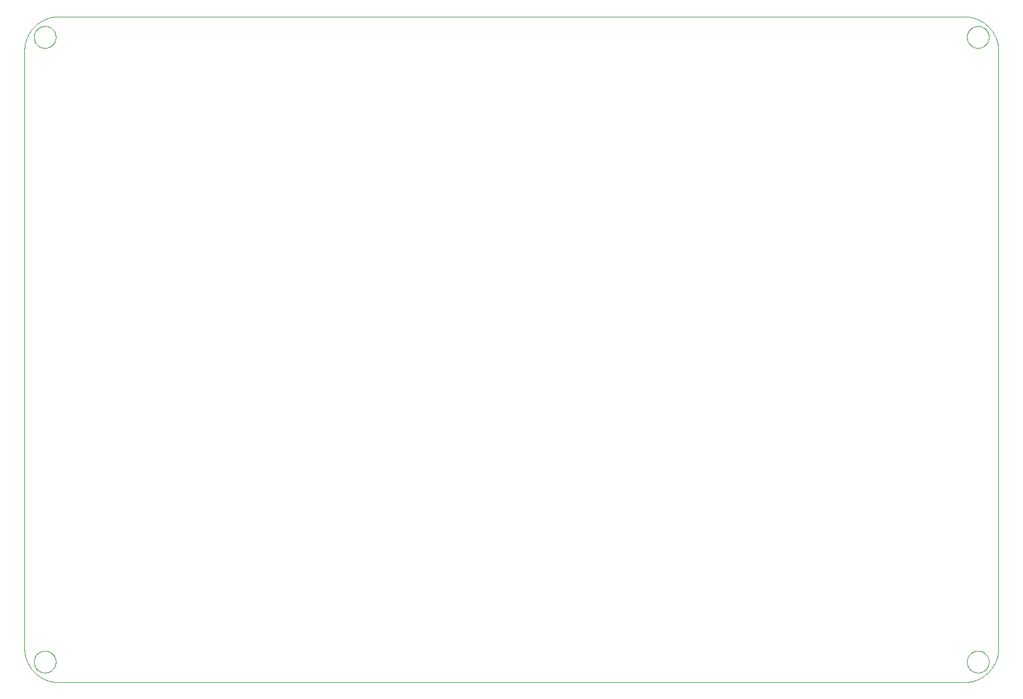
<source format=gm1>
G75*
%MOIN*%
%OFA0B0*%
%FSLAX25Y25*%
%IPPOS*%
%LPD*%
%AMOC8*
5,1,8,0,0,1.08239X$1,22.5*
%
%ADD10C,0.00010*%
%ADD11C,0.00000*%
%ADD12C,0.00079*%
D10*
X0071414Y0399335D02*
X0071414Y0399341D01*
D11*
X0076926Y0425209D02*
X0076928Y0425367D01*
X0076934Y0425525D01*
X0076944Y0425683D01*
X0076958Y0425841D01*
X0076976Y0425998D01*
X0076997Y0426155D01*
X0077023Y0426311D01*
X0077053Y0426467D01*
X0077086Y0426622D01*
X0077124Y0426775D01*
X0077165Y0426928D01*
X0077210Y0427080D01*
X0077259Y0427231D01*
X0077312Y0427380D01*
X0077368Y0427528D01*
X0077428Y0427674D01*
X0077492Y0427819D01*
X0077560Y0427962D01*
X0077631Y0428104D01*
X0077705Y0428244D01*
X0077783Y0428381D01*
X0077865Y0428517D01*
X0077949Y0428651D01*
X0078038Y0428782D01*
X0078129Y0428911D01*
X0078224Y0429038D01*
X0078321Y0429163D01*
X0078422Y0429285D01*
X0078526Y0429404D01*
X0078633Y0429521D01*
X0078743Y0429635D01*
X0078856Y0429746D01*
X0078971Y0429855D01*
X0079089Y0429960D01*
X0079210Y0430062D01*
X0079333Y0430162D01*
X0079459Y0430258D01*
X0079587Y0430351D01*
X0079717Y0430441D01*
X0079850Y0430527D01*
X0079985Y0430611D01*
X0080121Y0430690D01*
X0080260Y0430767D01*
X0080401Y0430839D01*
X0080543Y0430909D01*
X0080687Y0430974D01*
X0080833Y0431036D01*
X0080980Y0431094D01*
X0081129Y0431149D01*
X0081279Y0431200D01*
X0081430Y0431247D01*
X0081582Y0431290D01*
X0081735Y0431329D01*
X0081890Y0431365D01*
X0082045Y0431396D01*
X0082201Y0431424D01*
X0082357Y0431448D01*
X0082514Y0431468D01*
X0082672Y0431484D01*
X0082829Y0431496D01*
X0082988Y0431504D01*
X0083146Y0431508D01*
X0083304Y0431508D01*
X0083462Y0431504D01*
X0083621Y0431496D01*
X0083778Y0431484D01*
X0083936Y0431468D01*
X0084093Y0431448D01*
X0084249Y0431424D01*
X0084405Y0431396D01*
X0084560Y0431365D01*
X0084715Y0431329D01*
X0084868Y0431290D01*
X0085020Y0431247D01*
X0085171Y0431200D01*
X0085321Y0431149D01*
X0085470Y0431094D01*
X0085617Y0431036D01*
X0085763Y0430974D01*
X0085907Y0430909D01*
X0086049Y0430839D01*
X0086190Y0430767D01*
X0086329Y0430690D01*
X0086465Y0430611D01*
X0086600Y0430527D01*
X0086733Y0430441D01*
X0086863Y0430351D01*
X0086991Y0430258D01*
X0087117Y0430162D01*
X0087240Y0430062D01*
X0087361Y0429960D01*
X0087479Y0429855D01*
X0087594Y0429746D01*
X0087707Y0429635D01*
X0087817Y0429521D01*
X0087924Y0429404D01*
X0088028Y0429285D01*
X0088129Y0429163D01*
X0088226Y0429038D01*
X0088321Y0428911D01*
X0088412Y0428782D01*
X0088501Y0428651D01*
X0088585Y0428517D01*
X0088667Y0428381D01*
X0088745Y0428244D01*
X0088819Y0428104D01*
X0088890Y0427962D01*
X0088958Y0427819D01*
X0089022Y0427674D01*
X0089082Y0427528D01*
X0089138Y0427380D01*
X0089191Y0427231D01*
X0089240Y0427080D01*
X0089285Y0426928D01*
X0089326Y0426775D01*
X0089364Y0426622D01*
X0089397Y0426467D01*
X0089427Y0426311D01*
X0089453Y0426155D01*
X0089474Y0425998D01*
X0089492Y0425841D01*
X0089506Y0425683D01*
X0089516Y0425525D01*
X0089522Y0425367D01*
X0089524Y0425209D01*
X0089522Y0425051D01*
X0089516Y0424893D01*
X0089506Y0424735D01*
X0089492Y0424577D01*
X0089474Y0424420D01*
X0089453Y0424263D01*
X0089427Y0424107D01*
X0089397Y0423951D01*
X0089364Y0423796D01*
X0089326Y0423643D01*
X0089285Y0423490D01*
X0089240Y0423338D01*
X0089191Y0423187D01*
X0089138Y0423038D01*
X0089082Y0422890D01*
X0089022Y0422744D01*
X0088958Y0422599D01*
X0088890Y0422456D01*
X0088819Y0422314D01*
X0088745Y0422174D01*
X0088667Y0422037D01*
X0088585Y0421901D01*
X0088501Y0421767D01*
X0088412Y0421636D01*
X0088321Y0421507D01*
X0088226Y0421380D01*
X0088129Y0421255D01*
X0088028Y0421133D01*
X0087924Y0421014D01*
X0087817Y0420897D01*
X0087707Y0420783D01*
X0087594Y0420672D01*
X0087479Y0420563D01*
X0087361Y0420458D01*
X0087240Y0420356D01*
X0087117Y0420256D01*
X0086991Y0420160D01*
X0086863Y0420067D01*
X0086733Y0419977D01*
X0086600Y0419891D01*
X0086465Y0419807D01*
X0086329Y0419728D01*
X0086190Y0419651D01*
X0086049Y0419579D01*
X0085907Y0419509D01*
X0085763Y0419444D01*
X0085617Y0419382D01*
X0085470Y0419324D01*
X0085321Y0419269D01*
X0085171Y0419218D01*
X0085020Y0419171D01*
X0084868Y0419128D01*
X0084715Y0419089D01*
X0084560Y0419053D01*
X0084405Y0419022D01*
X0084249Y0418994D01*
X0084093Y0418970D01*
X0083936Y0418950D01*
X0083778Y0418934D01*
X0083621Y0418922D01*
X0083462Y0418914D01*
X0083304Y0418910D01*
X0083146Y0418910D01*
X0082988Y0418914D01*
X0082829Y0418922D01*
X0082672Y0418934D01*
X0082514Y0418950D01*
X0082357Y0418970D01*
X0082201Y0418994D01*
X0082045Y0419022D01*
X0081890Y0419053D01*
X0081735Y0419089D01*
X0081582Y0419128D01*
X0081430Y0419171D01*
X0081279Y0419218D01*
X0081129Y0419269D01*
X0080980Y0419324D01*
X0080833Y0419382D01*
X0080687Y0419444D01*
X0080543Y0419509D01*
X0080401Y0419579D01*
X0080260Y0419651D01*
X0080121Y0419728D01*
X0079985Y0419807D01*
X0079850Y0419891D01*
X0079717Y0419977D01*
X0079587Y0420067D01*
X0079459Y0420160D01*
X0079333Y0420256D01*
X0079210Y0420356D01*
X0079089Y0420458D01*
X0078971Y0420563D01*
X0078856Y0420672D01*
X0078743Y0420783D01*
X0078633Y0420897D01*
X0078526Y0421014D01*
X0078422Y0421133D01*
X0078321Y0421255D01*
X0078224Y0421380D01*
X0078129Y0421507D01*
X0078038Y0421636D01*
X0077949Y0421767D01*
X0077865Y0421901D01*
X0077783Y0422037D01*
X0077705Y0422174D01*
X0077631Y0422314D01*
X0077560Y0422456D01*
X0077492Y0422599D01*
X0077428Y0422744D01*
X0077368Y0422890D01*
X0077312Y0423038D01*
X0077259Y0423187D01*
X0077210Y0423338D01*
X0077165Y0423490D01*
X0077124Y0423643D01*
X0077086Y0423796D01*
X0077053Y0423951D01*
X0077023Y0424107D01*
X0076997Y0424263D01*
X0076976Y0424420D01*
X0076958Y0424577D01*
X0076944Y0424735D01*
X0076934Y0424893D01*
X0076928Y0425051D01*
X0076926Y0425209D01*
X0615351Y0425209D02*
X0615353Y0425367D01*
X0615359Y0425525D01*
X0615369Y0425683D01*
X0615383Y0425841D01*
X0615401Y0425998D01*
X0615422Y0426155D01*
X0615448Y0426311D01*
X0615478Y0426467D01*
X0615511Y0426622D01*
X0615549Y0426775D01*
X0615590Y0426928D01*
X0615635Y0427080D01*
X0615684Y0427231D01*
X0615737Y0427380D01*
X0615793Y0427528D01*
X0615853Y0427674D01*
X0615917Y0427819D01*
X0615985Y0427962D01*
X0616056Y0428104D01*
X0616130Y0428244D01*
X0616208Y0428381D01*
X0616290Y0428517D01*
X0616374Y0428651D01*
X0616463Y0428782D01*
X0616554Y0428911D01*
X0616649Y0429038D01*
X0616746Y0429163D01*
X0616847Y0429285D01*
X0616951Y0429404D01*
X0617058Y0429521D01*
X0617168Y0429635D01*
X0617281Y0429746D01*
X0617396Y0429855D01*
X0617514Y0429960D01*
X0617635Y0430062D01*
X0617758Y0430162D01*
X0617884Y0430258D01*
X0618012Y0430351D01*
X0618142Y0430441D01*
X0618275Y0430527D01*
X0618410Y0430611D01*
X0618546Y0430690D01*
X0618685Y0430767D01*
X0618826Y0430839D01*
X0618968Y0430909D01*
X0619112Y0430974D01*
X0619258Y0431036D01*
X0619405Y0431094D01*
X0619554Y0431149D01*
X0619704Y0431200D01*
X0619855Y0431247D01*
X0620007Y0431290D01*
X0620160Y0431329D01*
X0620315Y0431365D01*
X0620470Y0431396D01*
X0620626Y0431424D01*
X0620782Y0431448D01*
X0620939Y0431468D01*
X0621097Y0431484D01*
X0621254Y0431496D01*
X0621413Y0431504D01*
X0621571Y0431508D01*
X0621729Y0431508D01*
X0621887Y0431504D01*
X0622046Y0431496D01*
X0622203Y0431484D01*
X0622361Y0431468D01*
X0622518Y0431448D01*
X0622674Y0431424D01*
X0622830Y0431396D01*
X0622985Y0431365D01*
X0623140Y0431329D01*
X0623293Y0431290D01*
X0623445Y0431247D01*
X0623596Y0431200D01*
X0623746Y0431149D01*
X0623895Y0431094D01*
X0624042Y0431036D01*
X0624188Y0430974D01*
X0624332Y0430909D01*
X0624474Y0430839D01*
X0624615Y0430767D01*
X0624754Y0430690D01*
X0624890Y0430611D01*
X0625025Y0430527D01*
X0625158Y0430441D01*
X0625288Y0430351D01*
X0625416Y0430258D01*
X0625542Y0430162D01*
X0625665Y0430062D01*
X0625786Y0429960D01*
X0625904Y0429855D01*
X0626019Y0429746D01*
X0626132Y0429635D01*
X0626242Y0429521D01*
X0626349Y0429404D01*
X0626453Y0429285D01*
X0626554Y0429163D01*
X0626651Y0429038D01*
X0626746Y0428911D01*
X0626837Y0428782D01*
X0626926Y0428651D01*
X0627010Y0428517D01*
X0627092Y0428381D01*
X0627170Y0428244D01*
X0627244Y0428104D01*
X0627315Y0427962D01*
X0627383Y0427819D01*
X0627447Y0427674D01*
X0627507Y0427528D01*
X0627563Y0427380D01*
X0627616Y0427231D01*
X0627665Y0427080D01*
X0627710Y0426928D01*
X0627751Y0426775D01*
X0627789Y0426622D01*
X0627822Y0426467D01*
X0627852Y0426311D01*
X0627878Y0426155D01*
X0627899Y0425998D01*
X0627917Y0425841D01*
X0627931Y0425683D01*
X0627941Y0425525D01*
X0627947Y0425367D01*
X0627949Y0425209D01*
X0627947Y0425051D01*
X0627941Y0424893D01*
X0627931Y0424735D01*
X0627917Y0424577D01*
X0627899Y0424420D01*
X0627878Y0424263D01*
X0627852Y0424107D01*
X0627822Y0423951D01*
X0627789Y0423796D01*
X0627751Y0423643D01*
X0627710Y0423490D01*
X0627665Y0423338D01*
X0627616Y0423187D01*
X0627563Y0423038D01*
X0627507Y0422890D01*
X0627447Y0422744D01*
X0627383Y0422599D01*
X0627315Y0422456D01*
X0627244Y0422314D01*
X0627170Y0422174D01*
X0627092Y0422037D01*
X0627010Y0421901D01*
X0626926Y0421767D01*
X0626837Y0421636D01*
X0626746Y0421507D01*
X0626651Y0421380D01*
X0626554Y0421255D01*
X0626453Y0421133D01*
X0626349Y0421014D01*
X0626242Y0420897D01*
X0626132Y0420783D01*
X0626019Y0420672D01*
X0625904Y0420563D01*
X0625786Y0420458D01*
X0625665Y0420356D01*
X0625542Y0420256D01*
X0625416Y0420160D01*
X0625288Y0420067D01*
X0625158Y0419977D01*
X0625025Y0419891D01*
X0624890Y0419807D01*
X0624754Y0419728D01*
X0624615Y0419651D01*
X0624474Y0419579D01*
X0624332Y0419509D01*
X0624188Y0419444D01*
X0624042Y0419382D01*
X0623895Y0419324D01*
X0623746Y0419269D01*
X0623596Y0419218D01*
X0623445Y0419171D01*
X0623293Y0419128D01*
X0623140Y0419089D01*
X0622985Y0419053D01*
X0622830Y0419022D01*
X0622674Y0418994D01*
X0622518Y0418970D01*
X0622361Y0418950D01*
X0622203Y0418934D01*
X0622046Y0418922D01*
X0621887Y0418914D01*
X0621729Y0418910D01*
X0621571Y0418910D01*
X0621413Y0418914D01*
X0621254Y0418922D01*
X0621097Y0418934D01*
X0620939Y0418950D01*
X0620782Y0418970D01*
X0620626Y0418994D01*
X0620470Y0419022D01*
X0620315Y0419053D01*
X0620160Y0419089D01*
X0620007Y0419128D01*
X0619855Y0419171D01*
X0619704Y0419218D01*
X0619554Y0419269D01*
X0619405Y0419324D01*
X0619258Y0419382D01*
X0619112Y0419444D01*
X0618968Y0419509D01*
X0618826Y0419579D01*
X0618685Y0419651D01*
X0618546Y0419728D01*
X0618410Y0419807D01*
X0618275Y0419891D01*
X0618142Y0419977D01*
X0618012Y0420067D01*
X0617884Y0420160D01*
X0617758Y0420256D01*
X0617635Y0420356D01*
X0617514Y0420458D01*
X0617396Y0420563D01*
X0617281Y0420672D01*
X0617168Y0420783D01*
X0617058Y0420897D01*
X0616951Y0421014D01*
X0616847Y0421133D01*
X0616746Y0421255D01*
X0616649Y0421380D01*
X0616554Y0421507D01*
X0616463Y0421636D01*
X0616374Y0421767D01*
X0616290Y0421901D01*
X0616208Y0422037D01*
X0616130Y0422174D01*
X0616056Y0422314D01*
X0615985Y0422456D01*
X0615917Y0422599D01*
X0615853Y0422744D01*
X0615793Y0422890D01*
X0615737Y0423038D01*
X0615684Y0423187D01*
X0615635Y0423338D01*
X0615590Y0423490D01*
X0615549Y0423643D01*
X0615511Y0423796D01*
X0615478Y0423951D01*
X0615448Y0424107D01*
X0615422Y0424263D01*
X0615401Y0424420D01*
X0615383Y0424577D01*
X0615369Y0424735D01*
X0615359Y0424893D01*
X0615353Y0425051D01*
X0615351Y0425209D01*
X0615351Y0065052D02*
X0615353Y0065210D01*
X0615359Y0065368D01*
X0615369Y0065526D01*
X0615383Y0065684D01*
X0615401Y0065841D01*
X0615422Y0065998D01*
X0615448Y0066154D01*
X0615478Y0066310D01*
X0615511Y0066465D01*
X0615549Y0066618D01*
X0615590Y0066771D01*
X0615635Y0066923D01*
X0615684Y0067074D01*
X0615737Y0067223D01*
X0615793Y0067371D01*
X0615853Y0067517D01*
X0615917Y0067662D01*
X0615985Y0067805D01*
X0616056Y0067947D01*
X0616130Y0068087D01*
X0616208Y0068224D01*
X0616290Y0068360D01*
X0616374Y0068494D01*
X0616463Y0068625D01*
X0616554Y0068754D01*
X0616649Y0068881D01*
X0616746Y0069006D01*
X0616847Y0069128D01*
X0616951Y0069247D01*
X0617058Y0069364D01*
X0617168Y0069478D01*
X0617281Y0069589D01*
X0617396Y0069698D01*
X0617514Y0069803D01*
X0617635Y0069905D01*
X0617758Y0070005D01*
X0617884Y0070101D01*
X0618012Y0070194D01*
X0618142Y0070284D01*
X0618275Y0070370D01*
X0618410Y0070454D01*
X0618546Y0070533D01*
X0618685Y0070610D01*
X0618826Y0070682D01*
X0618968Y0070752D01*
X0619112Y0070817D01*
X0619258Y0070879D01*
X0619405Y0070937D01*
X0619554Y0070992D01*
X0619704Y0071043D01*
X0619855Y0071090D01*
X0620007Y0071133D01*
X0620160Y0071172D01*
X0620315Y0071208D01*
X0620470Y0071239D01*
X0620626Y0071267D01*
X0620782Y0071291D01*
X0620939Y0071311D01*
X0621097Y0071327D01*
X0621254Y0071339D01*
X0621413Y0071347D01*
X0621571Y0071351D01*
X0621729Y0071351D01*
X0621887Y0071347D01*
X0622046Y0071339D01*
X0622203Y0071327D01*
X0622361Y0071311D01*
X0622518Y0071291D01*
X0622674Y0071267D01*
X0622830Y0071239D01*
X0622985Y0071208D01*
X0623140Y0071172D01*
X0623293Y0071133D01*
X0623445Y0071090D01*
X0623596Y0071043D01*
X0623746Y0070992D01*
X0623895Y0070937D01*
X0624042Y0070879D01*
X0624188Y0070817D01*
X0624332Y0070752D01*
X0624474Y0070682D01*
X0624615Y0070610D01*
X0624754Y0070533D01*
X0624890Y0070454D01*
X0625025Y0070370D01*
X0625158Y0070284D01*
X0625288Y0070194D01*
X0625416Y0070101D01*
X0625542Y0070005D01*
X0625665Y0069905D01*
X0625786Y0069803D01*
X0625904Y0069698D01*
X0626019Y0069589D01*
X0626132Y0069478D01*
X0626242Y0069364D01*
X0626349Y0069247D01*
X0626453Y0069128D01*
X0626554Y0069006D01*
X0626651Y0068881D01*
X0626746Y0068754D01*
X0626837Y0068625D01*
X0626926Y0068494D01*
X0627010Y0068360D01*
X0627092Y0068224D01*
X0627170Y0068087D01*
X0627244Y0067947D01*
X0627315Y0067805D01*
X0627383Y0067662D01*
X0627447Y0067517D01*
X0627507Y0067371D01*
X0627563Y0067223D01*
X0627616Y0067074D01*
X0627665Y0066923D01*
X0627710Y0066771D01*
X0627751Y0066618D01*
X0627789Y0066465D01*
X0627822Y0066310D01*
X0627852Y0066154D01*
X0627878Y0065998D01*
X0627899Y0065841D01*
X0627917Y0065684D01*
X0627931Y0065526D01*
X0627941Y0065368D01*
X0627947Y0065210D01*
X0627949Y0065052D01*
X0627947Y0064894D01*
X0627941Y0064736D01*
X0627931Y0064578D01*
X0627917Y0064420D01*
X0627899Y0064263D01*
X0627878Y0064106D01*
X0627852Y0063950D01*
X0627822Y0063794D01*
X0627789Y0063639D01*
X0627751Y0063486D01*
X0627710Y0063333D01*
X0627665Y0063181D01*
X0627616Y0063030D01*
X0627563Y0062881D01*
X0627507Y0062733D01*
X0627447Y0062587D01*
X0627383Y0062442D01*
X0627315Y0062299D01*
X0627244Y0062157D01*
X0627170Y0062017D01*
X0627092Y0061880D01*
X0627010Y0061744D01*
X0626926Y0061610D01*
X0626837Y0061479D01*
X0626746Y0061350D01*
X0626651Y0061223D01*
X0626554Y0061098D01*
X0626453Y0060976D01*
X0626349Y0060857D01*
X0626242Y0060740D01*
X0626132Y0060626D01*
X0626019Y0060515D01*
X0625904Y0060406D01*
X0625786Y0060301D01*
X0625665Y0060199D01*
X0625542Y0060099D01*
X0625416Y0060003D01*
X0625288Y0059910D01*
X0625158Y0059820D01*
X0625025Y0059734D01*
X0624890Y0059650D01*
X0624754Y0059571D01*
X0624615Y0059494D01*
X0624474Y0059422D01*
X0624332Y0059352D01*
X0624188Y0059287D01*
X0624042Y0059225D01*
X0623895Y0059167D01*
X0623746Y0059112D01*
X0623596Y0059061D01*
X0623445Y0059014D01*
X0623293Y0058971D01*
X0623140Y0058932D01*
X0622985Y0058896D01*
X0622830Y0058865D01*
X0622674Y0058837D01*
X0622518Y0058813D01*
X0622361Y0058793D01*
X0622203Y0058777D01*
X0622046Y0058765D01*
X0621887Y0058757D01*
X0621729Y0058753D01*
X0621571Y0058753D01*
X0621413Y0058757D01*
X0621254Y0058765D01*
X0621097Y0058777D01*
X0620939Y0058793D01*
X0620782Y0058813D01*
X0620626Y0058837D01*
X0620470Y0058865D01*
X0620315Y0058896D01*
X0620160Y0058932D01*
X0620007Y0058971D01*
X0619855Y0059014D01*
X0619704Y0059061D01*
X0619554Y0059112D01*
X0619405Y0059167D01*
X0619258Y0059225D01*
X0619112Y0059287D01*
X0618968Y0059352D01*
X0618826Y0059422D01*
X0618685Y0059494D01*
X0618546Y0059571D01*
X0618410Y0059650D01*
X0618275Y0059734D01*
X0618142Y0059820D01*
X0618012Y0059910D01*
X0617884Y0060003D01*
X0617758Y0060099D01*
X0617635Y0060199D01*
X0617514Y0060301D01*
X0617396Y0060406D01*
X0617281Y0060515D01*
X0617168Y0060626D01*
X0617058Y0060740D01*
X0616951Y0060857D01*
X0616847Y0060976D01*
X0616746Y0061098D01*
X0616649Y0061223D01*
X0616554Y0061350D01*
X0616463Y0061479D01*
X0616374Y0061610D01*
X0616290Y0061744D01*
X0616208Y0061880D01*
X0616130Y0062017D01*
X0616056Y0062157D01*
X0615985Y0062299D01*
X0615917Y0062442D01*
X0615853Y0062587D01*
X0615793Y0062733D01*
X0615737Y0062881D01*
X0615684Y0063030D01*
X0615635Y0063181D01*
X0615590Y0063333D01*
X0615549Y0063486D01*
X0615511Y0063639D01*
X0615478Y0063794D01*
X0615448Y0063950D01*
X0615422Y0064106D01*
X0615401Y0064263D01*
X0615383Y0064420D01*
X0615369Y0064578D01*
X0615359Y0064736D01*
X0615353Y0064894D01*
X0615351Y0065052D01*
X0076926Y0065052D02*
X0076928Y0065210D01*
X0076934Y0065368D01*
X0076944Y0065526D01*
X0076958Y0065684D01*
X0076976Y0065841D01*
X0076997Y0065998D01*
X0077023Y0066154D01*
X0077053Y0066310D01*
X0077086Y0066465D01*
X0077124Y0066618D01*
X0077165Y0066771D01*
X0077210Y0066923D01*
X0077259Y0067074D01*
X0077312Y0067223D01*
X0077368Y0067371D01*
X0077428Y0067517D01*
X0077492Y0067662D01*
X0077560Y0067805D01*
X0077631Y0067947D01*
X0077705Y0068087D01*
X0077783Y0068224D01*
X0077865Y0068360D01*
X0077949Y0068494D01*
X0078038Y0068625D01*
X0078129Y0068754D01*
X0078224Y0068881D01*
X0078321Y0069006D01*
X0078422Y0069128D01*
X0078526Y0069247D01*
X0078633Y0069364D01*
X0078743Y0069478D01*
X0078856Y0069589D01*
X0078971Y0069698D01*
X0079089Y0069803D01*
X0079210Y0069905D01*
X0079333Y0070005D01*
X0079459Y0070101D01*
X0079587Y0070194D01*
X0079717Y0070284D01*
X0079850Y0070370D01*
X0079985Y0070454D01*
X0080121Y0070533D01*
X0080260Y0070610D01*
X0080401Y0070682D01*
X0080543Y0070752D01*
X0080687Y0070817D01*
X0080833Y0070879D01*
X0080980Y0070937D01*
X0081129Y0070992D01*
X0081279Y0071043D01*
X0081430Y0071090D01*
X0081582Y0071133D01*
X0081735Y0071172D01*
X0081890Y0071208D01*
X0082045Y0071239D01*
X0082201Y0071267D01*
X0082357Y0071291D01*
X0082514Y0071311D01*
X0082672Y0071327D01*
X0082829Y0071339D01*
X0082988Y0071347D01*
X0083146Y0071351D01*
X0083304Y0071351D01*
X0083462Y0071347D01*
X0083621Y0071339D01*
X0083778Y0071327D01*
X0083936Y0071311D01*
X0084093Y0071291D01*
X0084249Y0071267D01*
X0084405Y0071239D01*
X0084560Y0071208D01*
X0084715Y0071172D01*
X0084868Y0071133D01*
X0085020Y0071090D01*
X0085171Y0071043D01*
X0085321Y0070992D01*
X0085470Y0070937D01*
X0085617Y0070879D01*
X0085763Y0070817D01*
X0085907Y0070752D01*
X0086049Y0070682D01*
X0086190Y0070610D01*
X0086329Y0070533D01*
X0086465Y0070454D01*
X0086600Y0070370D01*
X0086733Y0070284D01*
X0086863Y0070194D01*
X0086991Y0070101D01*
X0087117Y0070005D01*
X0087240Y0069905D01*
X0087361Y0069803D01*
X0087479Y0069698D01*
X0087594Y0069589D01*
X0087707Y0069478D01*
X0087817Y0069364D01*
X0087924Y0069247D01*
X0088028Y0069128D01*
X0088129Y0069006D01*
X0088226Y0068881D01*
X0088321Y0068754D01*
X0088412Y0068625D01*
X0088501Y0068494D01*
X0088585Y0068360D01*
X0088667Y0068224D01*
X0088745Y0068087D01*
X0088819Y0067947D01*
X0088890Y0067805D01*
X0088958Y0067662D01*
X0089022Y0067517D01*
X0089082Y0067371D01*
X0089138Y0067223D01*
X0089191Y0067074D01*
X0089240Y0066923D01*
X0089285Y0066771D01*
X0089326Y0066618D01*
X0089364Y0066465D01*
X0089397Y0066310D01*
X0089427Y0066154D01*
X0089453Y0065998D01*
X0089474Y0065841D01*
X0089492Y0065684D01*
X0089506Y0065526D01*
X0089516Y0065368D01*
X0089522Y0065210D01*
X0089524Y0065052D01*
X0089522Y0064894D01*
X0089516Y0064736D01*
X0089506Y0064578D01*
X0089492Y0064420D01*
X0089474Y0064263D01*
X0089453Y0064106D01*
X0089427Y0063950D01*
X0089397Y0063794D01*
X0089364Y0063639D01*
X0089326Y0063486D01*
X0089285Y0063333D01*
X0089240Y0063181D01*
X0089191Y0063030D01*
X0089138Y0062881D01*
X0089082Y0062733D01*
X0089022Y0062587D01*
X0088958Y0062442D01*
X0088890Y0062299D01*
X0088819Y0062157D01*
X0088745Y0062017D01*
X0088667Y0061880D01*
X0088585Y0061744D01*
X0088501Y0061610D01*
X0088412Y0061479D01*
X0088321Y0061350D01*
X0088226Y0061223D01*
X0088129Y0061098D01*
X0088028Y0060976D01*
X0087924Y0060857D01*
X0087817Y0060740D01*
X0087707Y0060626D01*
X0087594Y0060515D01*
X0087479Y0060406D01*
X0087361Y0060301D01*
X0087240Y0060199D01*
X0087117Y0060099D01*
X0086991Y0060003D01*
X0086863Y0059910D01*
X0086733Y0059820D01*
X0086600Y0059734D01*
X0086465Y0059650D01*
X0086329Y0059571D01*
X0086190Y0059494D01*
X0086049Y0059422D01*
X0085907Y0059352D01*
X0085763Y0059287D01*
X0085617Y0059225D01*
X0085470Y0059167D01*
X0085321Y0059112D01*
X0085171Y0059061D01*
X0085020Y0059014D01*
X0084868Y0058971D01*
X0084715Y0058932D01*
X0084560Y0058896D01*
X0084405Y0058865D01*
X0084249Y0058837D01*
X0084093Y0058813D01*
X0083936Y0058793D01*
X0083778Y0058777D01*
X0083621Y0058765D01*
X0083462Y0058757D01*
X0083304Y0058753D01*
X0083146Y0058753D01*
X0082988Y0058757D01*
X0082829Y0058765D01*
X0082672Y0058777D01*
X0082514Y0058793D01*
X0082357Y0058813D01*
X0082201Y0058837D01*
X0082045Y0058865D01*
X0081890Y0058896D01*
X0081735Y0058932D01*
X0081582Y0058971D01*
X0081430Y0059014D01*
X0081279Y0059061D01*
X0081129Y0059112D01*
X0080980Y0059167D01*
X0080833Y0059225D01*
X0080687Y0059287D01*
X0080543Y0059352D01*
X0080401Y0059422D01*
X0080260Y0059494D01*
X0080121Y0059571D01*
X0079985Y0059650D01*
X0079850Y0059734D01*
X0079717Y0059820D01*
X0079587Y0059910D01*
X0079459Y0060003D01*
X0079333Y0060099D01*
X0079210Y0060199D01*
X0079089Y0060301D01*
X0078971Y0060406D01*
X0078856Y0060515D01*
X0078743Y0060626D01*
X0078633Y0060740D01*
X0078526Y0060857D01*
X0078422Y0060976D01*
X0078321Y0061098D01*
X0078224Y0061223D01*
X0078129Y0061350D01*
X0078038Y0061479D01*
X0077949Y0061610D01*
X0077865Y0061744D01*
X0077783Y0061880D01*
X0077705Y0062017D01*
X0077631Y0062157D01*
X0077560Y0062299D01*
X0077492Y0062442D01*
X0077428Y0062587D01*
X0077368Y0062733D01*
X0077312Y0062881D01*
X0077259Y0063030D01*
X0077210Y0063181D01*
X0077165Y0063333D01*
X0077124Y0063486D01*
X0077086Y0063639D01*
X0077053Y0063794D01*
X0077023Y0063950D01*
X0076997Y0064106D01*
X0076976Y0064263D01*
X0076958Y0064420D01*
X0076944Y0064578D01*
X0076934Y0064736D01*
X0076928Y0064894D01*
X0076926Y0065052D01*
D12*
X0091099Y0053241D02*
X0613776Y0053241D01*
X0614252Y0053247D01*
X0614727Y0053264D01*
X0615202Y0053293D01*
X0615676Y0053333D01*
X0616149Y0053385D01*
X0616620Y0053448D01*
X0617090Y0053522D01*
X0617558Y0053608D01*
X0618024Y0053705D01*
X0618487Y0053813D01*
X0618947Y0053932D01*
X0619405Y0054063D01*
X0619859Y0054204D01*
X0620310Y0054357D01*
X0620756Y0054520D01*
X0621199Y0054694D01*
X0621637Y0054879D01*
X0622071Y0055074D01*
X0622500Y0055280D01*
X0622924Y0055496D01*
X0623343Y0055722D01*
X0623756Y0055958D01*
X0624163Y0056204D01*
X0624564Y0056460D01*
X0624958Y0056726D01*
X0625347Y0057001D01*
X0625728Y0057285D01*
X0626102Y0057578D01*
X0626470Y0057880D01*
X0626830Y0058192D01*
X0627182Y0058511D01*
X0627526Y0058839D01*
X0627863Y0059176D01*
X0628191Y0059520D01*
X0628510Y0059872D01*
X0628822Y0060232D01*
X0629124Y0060600D01*
X0629417Y0060974D01*
X0629701Y0061355D01*
X0629976Y0061744D01*
X0630242Y0062138D01*
X0630498Y0062539D01*
X0630744Y0062946D01*
X0630980Y0063359D01*
X0631206Y0063778D01*
X0631422Y0064202D01*
X0631628Y0064631D01*
X0631823Y0065065D01*
X0632008Y0065503D01*
X0632182Y0065946D01*
X0632345Y0066392D01*
X0632498Y0066843D01*
X0632639Y0067297D01*
X0632770Y0067755D01*
X0632889Y0068215D01*
X0632997Y0068678D01*
X0633094Y0069144D01*
X0633180Y0069612D01*
X0633254Y0070082D01*
X0633317Y0070553D01*
X0633369Y0071026D01*
X0633409Y0071500D01*
X0633438Y0071975D01*
X0633455Y0072450D01*
X0633461Y0072926D01*
X0633461Y0417335D01*
X0633455Y0417811D01*
X0633438Y0418286D01*
X0633409Y0418761D01*
X0633369Y0419235D01*
X0633317Y0419708D01*
X0633254Y0420179D01*
X0633180Y0420649D01*
X0633094Y0421117D01*
X0632997Y0421583D01*
X0632889Y0422046D01*
X0632770Y0422506D01*
X0632639Y0422964D01*
X0632498Y0423418D01*
X0632345Y0423869D01*
X0632182Y0424315D01*
X0632008Y0424758D01*
X0631823Y0425196D01*
X0631628Y0425630D01*
X0631422Y0426059D01*
X0631206Y0426483D01*
X0630980Y0426902D01*
X0630744Y0427315D01*
X0630498Y0427722D01*
X0630242Y0428123D01*
X0629976Y0428517D01*
X0629701Y0428906D01*
X0629417Y0429287D01*
X0629124Y0429661D01*
X0628822Y0430029D01*
X0628510Y0430389D01*
X0628191Y0430741D01*
X0627863Y0431085D01*
X0627526Y0431422D01*
X0627182Y0431750D01*
X0626830Y0432069D01*
X0626470Y0432381D01*
X0626102Y0432683D01*
X0625728Y0432976D01*
X0625347Y0433260D01*
X0624958Y0433535D01*
X0624564Y0433801D01*
X0624163Y0434057D01*
X0623756Y0434303D01*
X0623343Y0434539D01*
X0622924Y0434765D01*
X0622500Y0434981D01*
X0622071Y0435187D01*
X0621637Y0435382D01*
X0621199Y0435567D01*
X0620756Y0435741D01*
X0620310Y0435904D01*
X0619859Y0436057D01*
X0619405Y0436198D01*
X0618947Y0436329D01*
X0618487Y0436448D01*
X0618024Y0436556D01*
X0617558Y0436653D01*
X0617090Y0436739D01*
X0616620Y0436813D01*
X0616149Y0436876D01*
X0615676Y0436928D01*
X0615202Y0436968D01*
X0614727Y0436997D01*
X0614252Y0437014D01*
X0613776Y0437020D01*
X0091099Y0437020D01*
X0090623Y0437014D01*
X0090148Y0436997D01*
X0089673Y0436968D01*
X0089199Y0436928D01*
X0088726Y0436876D01*
X0088255Y0436813D01*
X0087785Y0436739D01*
X0087317Y0436653D01*
X0086851Y0436556D01*
X0086388Y0436448D01*
X0085928Y0436329D01*
X0085470Y0436198D01*
X0085016Y0436057D01*
X0084565Y0435904D01*
X0084119Y0435741D01*
X0083676Y0435567D01*
X0083238Y0435382D01*
X0082804Y0435187D01*
X0082375Y0434981D01*
X0081951Y0434765D01*
X0081532Y0434539D01*
X0081119Y0434303D01*
X0080712Y0434057D01*
X0080311Y0433801D01*
X0079917Y0433535D01*
X0079528Y0433260D01*
X0079147Y0432976D01*
X0078773Y0432683D01*
X0078405Y0432381D01*
X0078045Y0432069D01*
X0077693Y0431750D01*
X0077349Y0431422D01*
X0077012Y0431085D01*
X0076684Y0430741D01*
X0076365Y0430389D01*
X0076053Y0430029D01*
X0075751Y0429661D01*
X0075458Y0429287D01*
X0075174Y0428906D01*
X0074899Y0428517D01*
X0074633Y0428123D01*
X0074377Y0427722D01*
X0074131Y0427315D01*
X0073895Y0426902D01*
X0073669Y0426483D01*
X0073453Y0426059D01*
X0073247Y0425630D01*
X0073052Y0425196D01*
X0072867Y0424758D01*
X0072693Y0424315D01*
X0072530Y0423869D01*
X0072377Y0423418D01*
X0072236Y0422964D01*
X0072105Y0422506D01*
X0071986Y0422046D01*
X0071878Y0421583D01*
X0071781Y0421117D01*
X0071695Y0420649D01*
X0071621Y0420179D01*
X0071558Y0419708D01*
X0071506Y0419235D01*
X0071466Y0418761D01*
X0071437Y0418286D01*
X0071420Y0417811D01*
X0071414Y0417335D01*
X0071414Y0072926D01*
X0071420Y0072450D01*
X0071437Y0071975D01*
X0071466Y0071500D01*
X0071506Y0071026D01*
X0071558Y0070553D01*
X0071621Y0070082D01*
X0071695Y0069612D01*
X0071781Y0069144D01*
X0071878Y0068678D01*
X0071986Y0068215D01*
X0072105Y0067755D01*
X0072236Y0067297D01*
X0072377Y0066843D01*
X0072530Y0066392D01*
X0072693Y0065946D01*
X0072867Y0065503D01*
X0073052Y0065065D01*
X0073247Y0064631D01*
X0073453Y0064202D01*
X0073669Y0063778D01*
X0073895Y0063359D01*
X0074131Y0062946D01*
X0074377Y0062539D01*
X0074633Y0062138D01*
X0074899Y0061744D01*
X0075174Y0061355D01*
X0075458Y0060974D01*
X0075751Y0060600D01*
X0076053Y0060232D01*
X0076365Y0059872D01*
X0076684Y0059520D01*
X0077012Y0059176D01*
X0077349Y0058839D01*
X0077693Y0058511D01*
X0078045Y0058192D01*
X0078405Y0057880D01*
X0078773Y0057578D01*
X0079147Y0057285D01*
X0079528Y0057001D01*
X0079917Y0056726D01*
X0080311Y0056460D01*
X0080712Y0056204D01*
X0081119Y0055958D01*
X0081532Y0055722D01*
X0081951Y0055496D01*
X0082375Y0055280D01*
X0082804Y0055074D01*
X0083238Y0054879D01*
X0083676Y0054694D01*
X0084119Y0054520D01*
X0084565Y0054357D01*
X0085016Y0054204D01*
X0085470Y0054063D01*
X0085928Y0053932D01*
X0086388Y0053813D01*
X0086851Y0053705D01*
X0087317Y0053608D01*
X0087785Y0053522D01*
X0088255Y0053448D01*
X0088726Y0053385D01*
X0089199Y0053333D01*
X0089673Y0053293D01*
X0090148Y0053264D01*
X0090623Y0053247D01*
X0091099Y0053241D01*
M02*

</source>
